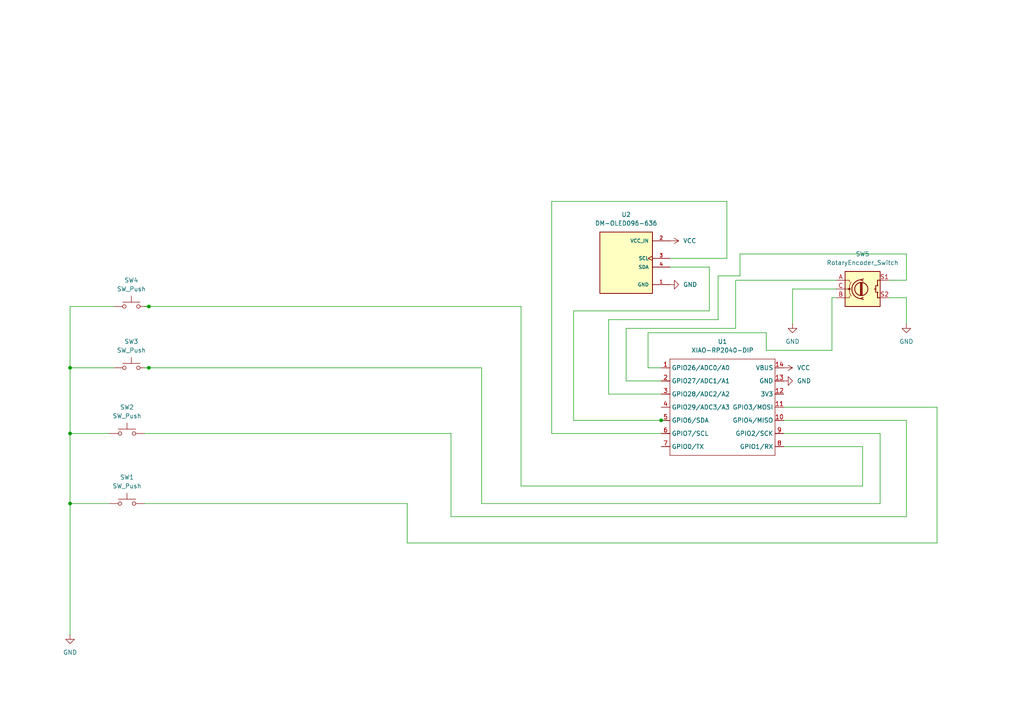
<source format=kicad_sch>
(kicad_sch
	(version 20250114)
	(generator "eeschema")
	(generator_version "9.0")
	(uuid "d7724142-99ef-4f5c-acd8-11b1c6cd1a0c")
	(paper "A4")
	(lib_symbols
		(symbol "DM-OLED096-636:DM-OLED096-636"
			(pin_names
				(offset 1.016)
			)
			(exclude_from_sim no)
			(in_bom yes)
			(on_board yes)
			(property "Reference" "U"
				(at -7.62 10.922 0)
				(effects
					(font
						(size 1.27 1.27)
					)
					(justify left bottom)
				)
			)
			(property "Value" "DM-OLED096-636"
				(at -7.62 -10.16 0)
				(effects
					(font
						(size 1.27 1.27)
					)
					(justify left bottom)
				)
			)
			(property "Footprint" "DM-OLED096-636:MODULE_DM-OLED096-636"
				(at 0 0 0)
				(effects
					(font
						(size 1.27 1.27)
					)
					(justify bottom)
					(hide yes)
				)
			)
			(property "Datasheet" ""
				(at 0 0 0)
				(effects
					(font
						(size 1.27 1.27)
					)
					(hide yes)
				)
			)
			(property "Description" ""
				(at 0 0 0)
				(effects
					(font
						(size 1.27 1.27)
					)
					(hide yes)
				)
			)
			(property "MF" "Display Module"
				(at 0 0 0)
				(effects
					(font
						(size 1.27 1.27)
					)
					(justify bottom)
					(hide yes)
				)
			)
			(property "MAXIMUM_PACKAGE_HEIGHT" "11.3 mm"
				(at 0 0 0)
				(effects
					(font
						(size 1.27 1.27)
					)
					(justify bottom)
					(hide yes)
				)
			)
			(property "Package" "Package"
				(at 0 0 0)
				(effects
					(font
						(size 1.27 1.27)
					)
					(justify bottom)
					(hide yes)
				)
			)
			(property "Price" "None"
				(at 0 0 0)
				(effects
					(font
						(size 1.27 1.27)
					)
					(justify bottom)
					(hide yes)
				)
			)
			(property "Check_prices" "https://www.snapeda.com/parts/DM-OLED096-636/Display+Module/view-part/?ref=eda"
				(at 0 0 0)
				(effects
					(font
						(size 1.27 1.27)
					)
					(justify bottom)
					(hide yes)
				)
			)
			(property "STANDARD" "Manufacturer Recommendations"
				(at 0 0 0)
				(effects
					(font
						(size 1.27 1.27)
					)
					(justify bottom)
					(hide yes)
				)
			)
			(property "PARTREV" "2018-09-10"
				(at 0 0 0)
				(effects
					(font
						(size 1.27 1.27)
					)
					(justify bottom)
					(hide yes)
				)
			)
			(property "SnapEDA_Link" "https://www.snapeda.com/parts/DM-OLED096-636/Display+Module/view-part/?ref=snap"
				(at 0 0 0)
				(effects
					(font
						(size 1.27 1.27)
					)
					(justify bottom)
					(hide yes)
				)
			)
			(property "MP" "DM-OLED096-636"
				(at 0 0 0)
				(effects
					(font
						(size 1.27 1.27)
					)
					(justify bottom)
					(hide yes)
				)
			)
			(property "Description_1" "0.96” 128 X 64 MONOCHROME GRAPHIC OLED DISPLAY MODULE - I2C"
				(at 0 0 0)
				(effects
					(font
						(size 1.27 1.27)
					)
					(justify bottom)
					(hide yes)
				)
			)
			(property "Availability" "Not in stock"
				(at 0 0 0)
				(effects
					(font
						(size 1.27 1.27)
					)
					(justify bottom)
					(hide yes)
				)
			)
			(property "MANUFACTURER" "Displaymodule"
				(at 0 0 0)
				(effects
					(font
						(size 1.27 1.27)
					)
					(justify bottom)
					(hide yes)
				)
			)
			(symbol "DM-OLED096-636_0_0"
				(rectangle
					(start -7.62 -7.62)
					(end 7.62 10.16)
					(stroke
						(width 0.254)
						(type default)
					)
					(fill
						(type background)
					)
				)
				(pin power_in line
					(at 12.7 7.62 180)
					(length 5.08)
					(name "VCC_IN"
						(effects
							(font
								(size 1.016 1.016)
							)
						)
					)
					(number "2"
						(effects
							(font
								(size 1.016 1.016)
							)
						)
					)
				)
				(pin input clock
					(at 12.7 2.54 180)
					(length 5.08)
					(name "SCL"
						(effects
							(font
								(size 1.016 1.016)
							)
						)
					)
					(number "3"
						(effects
							(font
								(size 1.016 1.016)
							)
						)
					)
				)
				(pin bidirectional line
					(at 12.7 0 180)
					(length 5.08)
					(name "SDA"
						(effects
							(font
								(size 1.016 1.016)
							)
						)
					)
					(number "4"
						(effects
							(font
								(size 1.016 1.016)
							)
						)
					)
				)
				(pin power_in line
					(at 12.7 -5.08 180)
					(length 5.08)
					(name "GND"
						(effects
							(font
								(size 1.016 1.016)
							)
						)
					)
					(number "1"
						(effects
							(font
								(size 1.016 1.016)
							)
						)
					)
				)
			)
			(embedded_fonts no)
		)
		(symbol "Device:RotaryEncoder_Switch"
			(pin_names
				(offset 0.254)
				(hide yes)
			)
			(exclude_from_sim no)
			(in_bom yes)
			(on_board yes)
			(property "Reference" "SW"
				(at 0 6.604 0)
				(effects
					(font
						(size 1.27 1.27)
					)
				)
			)
			(property "Value" "RotaryEncoder_Switch"
				(at 0 -6.604 0)
				(effects
					(font
						(size 1.27 1.27)
					)
				)
			)
			(property "Footprint" ""
				(at -3.81 4.064 0)
				(effects
					(font
						(size 1.27 1.27)
					)
					(hide yes)
				)
			)
			(property "Datasheet" "~"
				(at 0 6.604 0)
				(effects
					(font
						(size 1.27 1.27)
					)
					(hide yes)
				)
			)
			(property "Description" "Rotary encoder, dual channel, incremental quadrate outputs, with switch"
				(at 0 0 0)
				(effects
					(font
						(size 1.27 1.27)
					)
					(hide yes)
				)
			)
			(property "ki_keywords" "rotary switch encoder switch push button"
				(at 0 0 0)
				(effects
					(font
						(size 1.27 1.27)
					)
					(hide yes)
				)
			)
			(property "ki_fp_filters" "RotaryEncoder*Switch*"
				(at 0 0 0)
				(effects
					(font
						(size 1.27 1.27)
					)
					(hide yes)
				)
			)
			(symbol "RotaryEncoder_Switch_0_1"
				(rectangle
					(start -5.08 5.08)
					(end 5.08 -5.08)
					(stroke
						(width 0.254)
						(type default)
					)
					(fill
						(type background)
					)
				)
				(polyline
					(pts
						(xy -5.08 2.54) (xy -3.81 2.54) (xy -3.81 2.032)
					)
					(stroke
						(width 0)
						(type default)
					)
					(fill
						(type none)
					)
				)
				(polyline
					(pts
						(xy -5.08 0) (xy -3.81 0) (xy -3.81 -1.016) (xy -3.302 -2.032)
					)
					(stroke
						(width 0)
						(type default)
					)
					(fill
						(type none)
					)
				)
				(polyline
					(pts
						(xy -5.08 -2.54) (xy -3.81 -2.54) (xy -3.81 -2.032)
					)
					(stroke
						(width 0)
						(type default)
					)
					(fill
						(type none)
					)
				)
				(polyline
					(pts
						(xy -4.318 0) (xy -3.81 0) (xy -3.81 1.016) (xy -3.302 2.032)
					)
					(stroke
						(width 0)
						(type default)
					)
					(fill
						(type none)
					)
				)
				(circle
					(center -3.81 0)
					(radius 0.254)
					(stroke
						(width 0)
						(type default)
					)
					(fill
						(type outline)
					)
				)
				(polyline
					(pts
						(xy -0.635 -1.778) (xy -0.635 1.778)
					)
					(stroke
						(width 0.254)
						(type default)
					)
					(fill
						(type none)
					)
				)
				(circle
					(center -0.381 0)
					(radius 1.905)
					(stroke
						(width 0.254)
						(type default)
					)
					(fill
						(type none)
					)
				)
				(polyline
					(pts
						(xy -0.381 -1.778) (xy -0.381 1.778)
					)
					(stroke
						(width 0.254)
						(type default)
					)
					(fill
						(type none)
					)
				)
				(arc
					(start -0.381 -2.794)
					(mid -3.0988 -0.0635)
					(end -0.381 2.667)
					(stroke
						(width 0.254)
						(type default)
					)
					(fill
						(type none)
					)
				)
				(polyline
					(pts
						(xy -0.127 1.778) (xy -0.127 -1.778)
					)
					(stroke
						(width 0.254)
						(type default)
					)
					(fill
						(type none)
					)
				)
				(polyline
					(pts
						(xy 0.254 2.921) (xy -0.508 2.667) (xy 0.127 2.286)
					)
					(stroke
						(width 0.254)
						(type default)
					)
					(fill
						(type none)
					)
				)
				(polyline
					(pts
						(xy 0.254 -3.048) (xy -0.508 -2.794) (xy 0.127 -2.413)
					)
					(stroke
						(width 0.254)
						(type default)
					)
					(fill
						(type none)
					)
				)
				(polyline
					(pts
						(xy 3.81 1.016) (xy 3.81 -1.016)
					)
					(stroke
						(width 0.254)
						(type default)
					)
					(fill
						(type none)
					)
				)
				(polyline
					(pts
						(xy 3.81 0) (xy 3.429 0)
					)
					(stroke
						(width 0.254)
						(type default)
					)
					(fill
						(type none)
					)
				)
				(circle
					(center 4.318 1.016)
					(radius 0.127)
					(stroke
						(width 0.254)
						(type default)
					)
					(fill
						(type none)
					)
				)
				(circle
					(center 4.318 -1.016)
					(radius 0.127)
					(stroke
						(width 0.254)
						(type default)
					)
					(fill
						(type none)
					)
				)
				(polyline
					(pts
						(xy 5.08 2.54) (xy 4.318 2.54) (xy 4.318 1.016)
					)
					(stroke
						(width 0.254)
						(type default)
					)
					(fill
						(type none)
					)
				)
				(polyline
					(pts
						(xy 5.08 -2.54) (xy 4.318 -2.54) (xy 4.318 -1.016)
					)
					(stroke
						(width 0.254)
						(type default)
					)
					(fill
						(type none)
					)
				)
			)
			(symbol "RotaryEncoder_Switch_1_1"
				(pin passive line
					(at -7.62 2.54 0)
					(length 2.54)
					(name "A"
						(effects
							(font
								(size 1.27 1.27)
							)
						)
					)
					(number "A"
						(effects
							(font
								(size 1.27 1.27)
							)
						)
					)
				)
				(pin passive line
					(at -7.62 0 0)
					(length 2.54)
					(name "C"
						(effects
							(font
								(size 1.27 1.27)
							)
						)
					)
					(number "C"
						(effects
							(font
								(size 1.27 1.27)
							)
						)
					)
				)
				(pin passive line
					(at -7.62 -2.54 0)
					(length 2.54)
					(name "B"
						(effects
							(font
								(size 1.27 1.27)
							)
						)
					)
					(number "B"
						(effects
							(font
								(size 1.27 1.27)
							)
						)
					)
				)
				(pin passive line
					(at 7.62 2.54 180)
					(length 2.54)
					(name "S1"
						(effects
							(font
								(size 1.27 1.27)
							)
						)
					)
					(number "S1"
						(effects
							(font
								(size 1.27 1.27)
							)
						)
					)
				)
				(pin passive line
					(at 7.62 -2.54 180)
					(length 2.54)
					(name "S2"
						(effects
							(font
								(size 1.27 1.27)
							)
						)
					)
					(number "S2"
						(effects
							(font
								(size 1.27 1.27)
							)
						)
					)
				)
			)
			(embedded_fonts no)
		)
		(symbol "Seeed_Studio_XIAO_Series:XIAO-RP2040-DIP"
			(exclude_from_sim no)
			(in_bom yes)
			(on_board yes)
			(property "Reference" "U"
				(at 0 0 0)
				(effects
					(font
						(size 1.27 1.27)
					)
				)
			)
			(property "Value" "XIAO-RP2040-DIP"
				(at 5.334 -1.778 0)
				(effects
					(font
						(size 1.27 1.27)
					)
				)
			)
			(property "Footprint" "Module:MOUDLE14P-XIAO-DIP-SMD"
				(at 14.478 -32.258 0)
				(effects
					(font
						(size 1.27 1.27)
					)
					(hide yes)
				)
			)
			(property "Datasheet" ""
				(at 0 0 0)
				(effects
					(font
						(size 1.27 1.27)
					)
					(hide yes)
				)
			)
			(property "Description" ""
				(at 0 0 0)
				(effects
					(font
						(size 1.27 1.27)
					)
					(hide yes)
				)
			)
			(symbol "XIAO-RP2040-DIP_1_0"
				(polyline
					(pts
						(xy -1.27 -2.54) (xy 29.21 -2.54)
					)
					(stroke
						(width 0.1524)
						(type solid)
					)
					(fill
						(type none)
					)
				)
				(polyline
					(pts
						(xy -1.27 -5.08) (xy -2.54 -5.08)
					)
					(stroke
						(width 0.1524)
						(type solid)
					)
					(fill
						(type none)
					)
				)
				(polyline
					(pts
						(xy -1.27 -5.08) (xy -1.27 -2.54)
					)
					(stroke
						(width 0.1524)
						(type solid)
					)
					(fill
						(type none)
					)
				)
				(polyline
					(pts
						(xy -1.27 -8.89) (xy -2.54 -8.89)
					)
					(stroke
						(width 0.1524)
						(type solid)
					)
					(fill
						(type none)
					)
				)
				(polyline
					(pts
						(xy -1.27 -8.89) (xy -1.27 -5.08)
					)
					(stroke
						(width 0.1524)
						(type solid)
					)
					(fill
						(type none)
					)
				)
				(polyline
					(pts
						(xy -1.27 -12.7) (xy -2.54 -12.7)
					)
					(stroke
						(width 0.1524)
						(type solid)
					)
					(fill
						(type none)
					)
				)
				(polyline
					(pts
						(xy -1.27 -12.7) (xy -1.27 -8.89)
					)
					(stroke
						(width 0.1524)
						(type solid)
					)
					(fill
						(type none)
					)
				)
				(polyline
					(pts
						(xy -1.27 -16.51) (xy -2.54 -16.51)
					)
					(stroke
						(width 0.1524)
						(type solid)
					)
					(fill
						(type none)
					)
				)
				(polyline
					(pts
						(xy -1.27 -16.51) (xy -1.27 -12.7)
					)
					(stroke
						(width 0.1524)
						(type solid)
					)
					(fill
						(type none)
					)
				)
				(polyline
					(pts
						(xy -1.27 -20.32) (xy -2.54 -20.32)
					)
					(stroke
						(width 0.1524)
						(type solid)
					)
					(fill
						(type none)
					)
				)
				(polyline
					(pts
						(xy -1.27 -24.13) (xy -2.54 -24.13)
					)
					(stroke
						(width 0.1524)
						(type solid)
					)
					(fill
						(type none)
					)
				)
				(polyline
					(pts
						(xy -1.27 -27.94) (xy -2.54 -27.94)
					)
					(stroke
						(width 0.1524)
						(type solid)
					)
					(fill
						(type none)
					)
				)
				(polyline
					(pts
						(xy -1.27 -30.48) (xy -1.27 -16.51)
					)
					(stroke
						(width 0.1524)
						(type solid)
					)
					(fill
						(type none)
					)
				)
				(polyline
					(pts
						(xy 29.21 -2.54) (xy 29.21 -5.08)
					)
					(stroke
						(width 0.1524)
						(type solid)
					)
					(fill
						(type none)
					)
				)
				(polyline
					(pts
						(xy 29.21 -5.08) (xy 29.21 -8.89)
					)
					(stroke
						(width 0.1524)
						(type solid)
					)
					(fill
						(type none)
					)
				)
				(polyline
					(pts
						(xy 29.21 -8.89) (xy 29.21 -12.7)
					)
					(stroke
						(width 0.1524)
						(type solid)
					)
					(fill
						(type none)
					)
				)
				(polyline
					(pts
						(xy 29.21 -12.7) (xy 29.21 -30.48)
					)
					(stroke
						(width 0.1524)
						(type solid)
					)
					(fill
						(type none)
					)
				)
				(polyline
					(pts
						(xy 29.21 -30.48) (xy -1.27 -30.48)
					)
					(stroke
						(width 0.1524)
						(type solid)
					)
					(fill
						(type none)
					)
				)
				(polyline
					(pts
						(xy 30.48 -5.08) (xy 29.21 -5.08)
					)
					(stroke
						(width 0.1524)
						(type solid)
					)
					(fill
						(type none)
					)
				)
				(polyline
					(pts
						(xy 30.48 -8.89) (xy 29.21 -8.89)
					)
					(stroke
						(width 0.1524)
						(type solid)
					)
					(fill
						(type none)
					)
				)
				(polyline
					(pts
						(xy 30.48 -12.7) (xy 29.21 -12.7)
					)
					(stroke
						(width 0.1524)
						(type solid)
					)
					(fill
						(type none)
					)
				)
				(polyline
					(pts
						(xy 30.48 -16.51) (xy 29.21 -16.51)
					)
					(stroke
						(width 0.1524)
						(type solid)
					)
					(fill
						(type none)
					)
				)
				(polyline
					(pts
						(xy 30.48 -20.32) (xy 29.21 -20.32)
					)
					(stroke
						(width 0.1524)
						(type solid)
					)
					(fill
						(type none)
					)
				)
				(polyline
					(pts
						(xy 30.48 -24.13) (xy 29.21 -24.13)
					)
					(stroke
						(width 0.1524)
						(type solid)
					)
					(fill
						(type none)
					)
				)
				(polyline
					(pts
						(xy 30.48 -27.94) (xy 29.21 -27.94)
					)
					(stroke
						(width 0.1524)
						(type solid)
					)
					(fill
						(type none)
					)
				)
				(pin passive line
					(at -3.81 -5.08 0)
					(length 2.54)
					(name "GPIO26/ADC0/A0"
						(effects
							(font
								(size 1.27 1.27)
							)
						)
					)
					(number "1"
						(effects
							(font
								(size 1.27 1.27)
							)
						)
					)
				)
				(pin passive line
					(at -3.81 -8.89 0)
					(length 2.54)
					(name "GPIO27/ADC1/A1"
						(effects
							(font
								(size 1.27 1.27)
							)
						)
					)
					(number "2"
						(effects
							(font
								(size 1.27 1.27)
							)
						)
					)
				)
				(pin passive line
					(at -3.81 -12.7 0)
					(length 2.54)
					(name "GPIO28/ADC2/A2"
						(effects
							(font
								(size 1.27 1.27)
							)
						)
					)
					(number "3"
						(effects
							(font
								(size 1.27 1.27)
							)
						)
					)
				)
				(pin passive line
					(at -3.81 -16.51 0)
					(length 2.54)
					(name "GPIO29/ADC3/A3"
						(effects
							(font
								(size 1.27 1.27)
							)
						)
					)
					(number "4"
						(effects
							(font
								(size 1.27 1.27)
							)
						)
					)
				)
				(pin passive line
					(at -3.81 -20.32 0)
					(length 2.54)
					(name "GPIO6/SDA"
						(effects
							(font
								(size 1.27 1.27)
							)
						)
					)
					(number "5"
						(effects
							(font
								(size 1.27 1.27)
							)
						)
					)
				)
				(pin passive line
					(at -3.81 -24.13 0)
					(length 2.54)
					(name "GPIO7/SCL"
						(effects
							(font
								(size 1.27 1.27)
							)
						)
					)
					(number "6"
						(effects
							(font
								(size 1.27 1.27)
							)
						)
					)
				)
				(pin passive line
					(at -3.81 -27.94 0)
					(length 2.54)
					(name "GPIO0/TX"
						(effects
							(font
								(size 1.27 1.27)
							)
						)
					)
					(number "7"
						(effects
							(font
								(size 1.27 1.27)
							)
						)
					)
				)
				(pin passive line
					(at 31.75 -5.08 180)
					(length 2.54)
					(name "VBUS"
						(effects
							(font
								(size 1.27 1.27)
							)
						)
					)
					(number "14"
						(effects
							(font
								(size 1.27 1.27)
							)
						)
					)
				)
				(pin passive line
					(at 31.75 -8.89 180)
					(length 2.54)
					(name "GND"
						(effects
							(font
								(size 1.27 1.27)
							)
						)
					)
					(number "13"
						(effects
							(font
								(size 1.27 1.27)
							)
						)
					)
				)
				(pin passive line
					(at 31.75 -12.7 180)
					(length 2.54)
					(name "3V3"
						(effects
							(font
								(size 1.27 1.27)
							)
						)
					)
					(number "12"
						(effects
							(font
								(size 1.27 1.27)
							)
						)
					)
				)
				(pin passive line
					(at 31.75 -16.51 180)
					(length 2.54)
					(name "GPIO3/MOSI"
						(effects
							(font
								(size 1.27 1.27)
							)
						)
					)
					(number "11"
						(effects
							(font
								(size 1.27 1.27)
							)
						)
					)
				)
				(pin passive line
					(at 31.75 -20.32 180)
					(length 2.54)
					(name "GPIO4/MISO"
						(effects
							(font
								(size 1.27 1.27)
							)
						)
					)
					(number "10"
						(effects
							(font
								(size 1.27 1.27)
							)
						)
					)
				)
				(pin passive line
					(at 31.75 -24.13 180)
					(length 2.54)
					(name "GPIO2/SCK"
						(effects
							(font
								(size 1.27 1.27)
							)
						)
					)
					(number "9"
						(effects
							(font
								(size 1.27 1.27)
							)
						)
					)
				)
				(pin passive line
					(at 31.75 -27.94 180)
					(length 2.54)
					(name "GPIO1/RX"
						(effects
							(font
								(size 1.27 1.27)
							)
						)
					)
					(number "8"
						(effects
							(font
								(size 1.27 1.27)
							)
						)
					)
				)
			)
			(embedded_fonts no)
		)
		(symbol "Switch:SW_Push"
			(pin_numbers
				(hide yes)
			)
			(pin_names
				(offset 1.016)
				(hide yes)
			)
			(exclude_from_sim no)
			(in_bom yes)
			(on_board yes)
			(property "Reference" "SW"
				(at 1.27 2.54 0)
				(effects
					(font
						(size 1.27 1.27)
					)
					(justify left)
				)
			)
			(property "Value" "SW_Push"
				(at 0 -1.524 0)
				(effects
					(font
						(size 1.27 1.27)
					)
				)
			)
			(property "Footprint" ""
				(at 0 5.08 0)
				(effects
					(font
						(size 1.27 1.27)
					)
					(hide yes)
				)
			)
			(property "Datasheet" "~"
				(at 0 5.08 0)
				(effects
					(font
						(size 1.27 1.27)
					)
					(hide yes)
				)
			)
			(property "Description" "Push button switch, generic, two pins"
				(at 0 0 0)
				(effects
					(font
						(size 1.27 1.27)
					)
					(hide yes)
				)
			)
			(property "ki_keywords" "switch normally-open pushbutton push-button"
				(at 0 0 0)
				(effects
					(font
						(size 1.27 1.27)
					)
					(hide yes)
				)
			)
			(symbol "SW_Push_0_1"
				(circle
					(center -2.032 0)
					(radius 0.508)
					(stroke
						(width 0)
						(type default)
					)
					(fill
						(type none)
					)
				)
				(polyline
					(pts
						(xy 0 1.27) (xy 0 3.048)
					)
					(stroke
						(width 0)
						(type default)
					)
					(fill
						(type none)
					)
				)
				(circle
					(center 2.032 0)
					(radius 0.508)
					(stroke
						(width 0)
						(type default)
					)
					(fill
						(type none)
					)
				)
				(polyline
					(pts
						(xy 2.54 1.27) (xy -2.54 1.27)
					)
					(stroke
						(width 0)
						(type default)
					)
					(fill
						(type none)
					)
				)
				(pin passive line
					(at -5.08 0 0)
					(length 2.54)
					(name "1"
						(effects
							(font
								(size 1.27 1.27)
							)
						)
					)
					(number "1"
						(effects
							(font
								(size 1.27 1.27)
							)
						)
					)
				)
				(pin passive line
					(at 5.08 0 180)
					(length 2.54)
					(name "2"
						(effects
							(font
								(size 1.27 1.27)
							)
						)
					)
					(number "2"
						(effects
							(font
								(size 1.27 1.27)
							)
						)
					)
				)
			)
			(embedded_fonts no)
		)
		(symbol "power:GND"
			(power)
			(pin_numbers
				(hide yes)
			)
			(pin_names
				(offset 0)
				(hide yes)
			)
			(exclude_from_sim no)
			(in_bom yes)
			(on_board yes)
			(property "Reference" "#PWR"
				(at 0 -6.35 0)
				(effects
					(font
						(size 1.27 1.27)
					)
					(hide yes)
				)
			)
			(property "Value" "GND"
				(at 0 -3.81 0)
				(effects
					(font
						(size 1.27 1.27)
					)
				)
			)
			(property "Footprint" ""
				(at 0 0 0)
				(effects
					(font
						(size 1.27 1.27)
					)
					(hide yes)
				)
			)
			(property "Datasheet" ""
				(at 0 0 0)
				(effects
					(font
						(size 1.27 1.27)
					)
					(hide yes)
				)
			)
			(property "Description" "Power symbol creates a global label with name \"GND\" , ground"
				(at 0 0 0)
				(effects
					(font
						(size 1.27 1.27)
					)
					(hide yes)
				)
			)
			(property "ki_keywords" "global power"
				(at 0 0 0)
				(effects
					(font
						(size 1.27 1.27)
					)
					(hide yes)
				)
			)
			(symbol "GND_0_1"
				(polyline
					(pts
						(xy 0 0) (xy 0 -1.27) (xy 1.27 -1.27) (xy 0 -2.54) (xy -1.27 -1.27) (xy 0 -1.27)
					)
					(stroke
						(width 0)
						(type default)
					)
					(fill
						(type none)
					)
				)
			)
			(symbol "GND_1_1"
				(pin power_in line
					(at 0 0 270)
					(length 0)
					(name "~"
						(effects
							(font
								(size 1.27 1.27)
							)
						)
					)
					(number "1"
						(effects
							(font
								(size 1.27 1.27)
							)
						)
					)
				)
			)
			(embedded_fonts no)
		)
		(symbol "power:VCC"
			(power)
			(pin_numbers
				(hide yes)
			)
			(pin_names
				(offset 0)
				(hide yes)
			)
			(exclude_from_sim no)
			(in_bom yes)
			(on_board yes)
			(property "Reference" "#PWR"
				(at 0 -3.81 0)
				(effects
					(font
						(size 1.27 1.27)
					)
					(hide yes)
				)
			)
			(property "Value" "VCC"
				(at 0 3.556 0)
				(effects
					(font
						(size 1.27 1.27)
					)
				)
			)
			(property "Footprint" ""
				(at 0 0 0)
				(effects
					(font
						(size 1.27 1.27)
					)
					(hide yes)
				)
			)
			(property "Datasheet" ""
				(at 0 0 0)
				(effects
					(font
						(size 1.27 1.27)
					)
					(hide yes)
				)
			)
			(property "Description" "Power symbol creates a global label with name \"VCC\""
				(at 0 0 0)
				(effects
					(font
						(size 1.27 1.27)
					)
					(hide yes)
				)
			)
			(property "ki_keywords" "global power"
				(at 0 0 0)
				(effects
					(font
						(size 1.27 1.27)
					)
					(hide yes)
				)
			)
			(symbol "VCC_0_1"
				(polyline
					(pts
						(xy -0.762 1.27) (xy 0 2.54)
					)
					(stroke
						(width 0)
						(type default)
					)
					(fill
						(type none)
					)
				)
				(polyline
					(pts
						(xy 0 2.54) (xy 0.762 1.27)
					)
					(stroke
						(width 0)
						(type default)
					)
					(fill
						(type none)
					)
				)
				(polyline
					(pts
						(xy 0 0) (xy 0 2.54)
					)
					(stroke
						(width 0)
						(type default)
					)
					(fill
						(type none)
					)
				)
			)
			(symbol "VCC_1_1"
				(pin power_in line
					(at 0 0 90)
					(length 0)
					(name "~"
						(effects
							(font
								(size 1.27 1.27)
							)
						)
					)
					(number "1"
						(effects
							(font
								(size 1.27 1.27)
							)
						)
					)
				)
			)
			(embedded_fonts no)
		)
	)
	(junction
		(at 43.18 88.9)
		(diameter 0)
		(color 0 0 0 0)
		(uuid "382a452e-6e57-462e-bb89-e1be01c18bc7")
	)
	(junction
		(at 20.32 125.73)
		(diameter 0)
		(color 0 0 0 0)
		(uuid "45823320-3cf0-4ab6-bb60-117131d5a861")
	)
	(junction
		(at 20.32 106.68)
		(diameter 0)
		(color 0 0 0 0)
		(uuid "60b92de1-eff4-4e72-b70d-25378395d106")
	)
	(junction
		(at 20.32 146.05)
		(diameter 0)
		(color 0 0 0 0)
		(uuid "63afa8cf-4be6-4561-af35-1b5d4a16cbf5")
	)
	(junction
		(at 191.77 121.92)
		(diameter 0)
		(color 0 0 0 0)
		(uuid "9d23819c-3d3d-43fe-881d-2f07a1271edd")
	)
	(junction
		(at 43.18 106.68)
		(diameter 0)
		(color 0 0 0 0)
		(uuid "aa721b7c-5879-43f5-8339-25a84cabb86c")
	)
	(wire
		(pts
			(xy 20.32 146.05) (xy 31.75 146.05)
		)
		(stroke
			(width 0)
			(type default)
		)
		(uuid "00c43d95-0860-48de-86d2-506336639bc6")
	)
	(wire
		(pts
			(xy 213.36 81.28) (xy 213.36 95.25)
		)
		(stroke
			(width 0)
			(type default)
		)
		(uuid "0223f43a-ece8-4fb2-86fa-3dd6d79a2701")
	)
	(wire
		(pts
			(xy 43.18 88.9) (xy 41.91 88.9)
		)
		(stroke
			(width 0)
			(type default)
		)
		(uuid "099364e6-d994-4b10-973a-58e9b8c0a392")
	)
	(wire
		(pts
			(xy 227.33 121.92) (xy 262.89 121.92)
		)
		(stroke
			(width 0)
			(type default)
		)
		(uuid "0c014d24-b17b-47df-83eb-da79f4bcddb1")
	)
	(wire
		(pts
			(xy 151.13 88.9) (xy 43.18 88.9)
		)
		(stroke
			(width 0)
			(type default)
		)
		(uuid "118ee120-2934-45e9-8bae-5c8825c440bc")
	)
	(wire
		(pts
			(xy 227.33 125.73) (xy 255.27 125.73)
		)
		(stroke
			(width 0)
			(type default)
		)
		(uuid "15c320a6-a2e7-4d5e-9060-a9033786f29d")
	)
	(wire
		(pts
			(xy 271.78 157.48) (xy 118.11 157.48)
		)
		(stroke
			(width 0)
			(type default)
		)
		(uuid "1678b2a9-90bf-44f3-b8b5-35bff0a42b8a")
	)
	(wire
		(pts
			(xy 130.81 125.73) (xy 41.91 125.73)
		)
		(stroke
			(width 0)
			(type default)
		)
		(uuid "1a36be2d-f0f1-4ed7-b844-4761ec0305a0")
	)
	(wire
		(pts
			(xy 262.89 73.66) (xy 214.63 73.66)
		)
		(stroke
			(width 0)
			(type default)
		)
		(uuid "2b979235-7789-4b84-a299-bda057fcd694")
	)
	(wire
		(pts
			(xy 139.7 106.68) (xy 43.18 106.68)
		)
		(stroke
			(width 0)
			(type default)
		)
		(uuid "2d9cdf1a-731e-469e-a7e1-dfb55b7484cf")
	)
	(wire
		(pts
			(xy 271.78 118.11) (xy 271.78 157.48)
		)
		(stroke
			(width 0)
			(type default)
		)
		(uuid "2dc2ff8a-6a77-47dc-986c-88d6b55f9984")
	)
	(wire
		(pts
			(xy 20.32 125.73) (xy 20.32 146.05)
		)
		(stroke
			(width 0)
			(type default)
		)
		(uuid "355c8d77-35bc-4f4c-846a-52e3d30bb845")
	)
	(wire
		(pts
			(xy 20.32 106.68) (xy 20.32 125.73)
		)
		(stroke
			(width 0)
			(type default)
		)
		(uuid "38749631-0410-447a-952e-64ddb0d09110")
	)
	(wire
		(pts
			(xy 166.37 121.92) (xy 191.77 121.92)
		)
		(stroke
			(width 0)
			(type default)
		)
		(uuid "3bb24e13-7ac5-40d5-b7f2-94e37ce24466")
	)
	(wire
		(pts
			(xy 187.96 106.68) (xy 191.77 106.68)
		)
		(stroke
			(width 0)
			(type default)
		)
		(uuid "475007ce-fd2e-4ff6-bdad-c6de60c1556f")
	)
	(wire
		(pts
			(xy 257.81 81.28) (xy 262.89 81.28)
		)
		(stroke
			(width 0)
			(type default)
		)
		(uuid "4adc5a96-4395-4fa6-90e0-f4fa95c5c6f4")
	)
	(wire
		(pts
			(xy 181.61 95.25) (xy 181.61 110.49)
		)
		(stroke
			(width 0)
			(type default)
		)
		(uuid "4ccebcb8-a671-4ca9-92ad-bd7a0767dc06")
	)
	(wire
		(pts
			(xy 227.33 129.54) (xy 250.19 129.54)
		)
		(stroke
			(width 0)
			(type default)
		)
		(uuid "509438d5-121d-422c-955e-e85092dcc53a")
	)
	(wire
		(pts
			(xy 222.25 96.52) (xy 187.96 96.52)
		)
		(stroke
			(width 0)
			(type default)
		)
		(uuid "509f78e4-b8a6-4109-a680-0ec39adeb7d4")
	)
	(wire
		(pts
			(xy 160.02 58.42) (xy 160.02 125.73)
		)
		(stroke
			(width 0)
			(type default)
		)
		(uuid "5491ac88-eb09-480a-ad12-4987a40b7e6c")
	)
	(wire
		(pts
			(xy 166.37 90.17) (xy 166.37 121.92)
		)
		(stroke
			(width 0)
			(type default)
		)
		(uuid "5bc68a64-2112-47c7-b690-16a3418e818c")
	)
	(wire
		(pts
			(xy 181.61 110.49) (xy 191.77 110.49)
		)
		(stroke
			(width 0)
			(type default)
		)
		(uuid "6a9bf574-5f35-4849-bea4-52394af047ec")
	)
	(wire
		(pts
			(xy 187.96 96.52) (xy 187.96 106.68)
		)
		(stroke
			(width 0)
			(type default)
		)
		(uuid "6cdcb339-7c88-4593-bbbc-7093c7f8183d")
	)
	(wire
		(pts
			(xy 33.02 88.9) (xy 20.32 88.9)
		)
		(stroke
			(width 0)
			(type default)
		)
		(uuid "6fb42eb3-0d68-40fc-9cb6-00fb5c10c691")
	)
	(wire
		(pts
			(xy 255.27 146.05) (xy 139.7 146.05)
		)
		(stroke
			(width 0)
			(type default)
		)
		(uuid "709d8aaf-bc47-4efe-a417-0affb6736fa5")
	)
	(wire
		(pts
			(xy 213.36 95.25) (xy 181.61 95.25)
		)
		(stroke
			(width 0)
			(type default)
		)
		(uuid "757c7ec4-ad9a-48af-8c2a-1eacdb1cf14e")
	)
	(wire
		(pts
			(xy 255.27 125.73) (xy 255.27 146.05)
		)
		(stroke
			(width 0)
			(type default)
		)
		(uuid "8120ea9e-faa4-48cf-9217-e009a5247251")
	)
	(wire
		(pts
			(xy 262.89 81.28) (xy 262.89 73.66)
		)
		(stroke
			(width 0)
			(type default)
		)
		(uuid "8132c96b-3d69-4195-9dc5-c8e5023a8d1c")
	)
	(wire
		(pts
			(xy 242.57 81.28) (xy 213.36 81.28)
		)
		(stroke
			(width 0)
			(type default)
		)
		(uuid "86cd48c1-1ae8-418f-b2f5-3e9f9e19c179")
	)
	(wire
		(pts
			(xy 166.37 90.17) (xy 205.74 90.17)
		)
		(stroke
			(width 0)
			(type default)
		)
		(uuid "8aa127ed-9187-4294-87d9-2e0aaac8c92d")
	)
	(wire
		(pts
			(xy 262.89 86.36) (xy 262.89 93.98)
		)
		(stroke
			(width 0)
			(type default)
		)
		(uuid "8aba103e-39da-46ea-abef-658192b1312c")
	)
	(wire
		(pts
			(xy 20.32 146.05) (xy 20.32 184.15)
		)
		(stroke
			(width 0)
			(type default)
		)
		(uuid "8d1f6f00-932e-4b14-a42d-6fe90f6e2625")
	)
	(wire
		(pts
			(xy 262.89 149.86) (xy 130.81 149.86)
		)
		(stroke
			(width 0)
			(type default)
		)
		(uuid "8e8260aa-498c-4b40-8c84-dfd737e3266c")
	)
	(wire
		(pts
			(xy 20.32 106.68) (xy 33.02 106.68)
		)
		(stroke
			(width 0)
			(type default)
		)
		(uuid "95d3a518-8cf6-4366-bee5-3f70813dae51")
	)
	(wire
		(pts
			(xy 208.28 80.01) (xy 208.28 92.71)
		)
		(stroke
			(width 0)
			(type default)
		)
		(uuid "967a71ab-3960-49f3-ad67-ec1d8c69ff26")
	)
	(wire
		(pts
			(xy 194.31 74.93) (xy 210.82 74.93)
		)
		(stroke
			(width 0)
			(type default)
		)
		(uuid "989b5f71-cbef-4f40-8fb3-8d487402c0ff")
	)
	(wire
		(pts
			(xy 250.19 129.54) (xy 250.19 140.97)
		)
		(stroke
			(width 0)
			(type default)
		)
		(uuid "9a526cc7-25ee-4701-8aa8-118bd5d0e0b7")
	)
	(wire
		(pts
			(xy 241.3 101.6) (xy 222.25 101.6)
		)
		(stroke
			(width 0)
			(type default)
		)
		(uuid "a1284e24-8700-497e-b787-91bd0bf7c528")
	)
	(wire
		(pts
			(xy 214.63 80.01) (xy 208.28 80.01)
		)
		(stroke
			(width 0)
			(type default)
		)
		(uuid "a18235a6-4896-4cce-8ea7-97f4cfac6e74")
	)
	(wire
		(pts
			(xy 176.53 114.3) (xy 191.77 114.3)
		)
		(stroke
			(width 0)
			(type default)
		)
		(uuid "a18e2fb3-5e69-4d08-8d30-de809f54d162")
	)
	(wire
		(pts
			(xy 257.81 86.36) (xy 262.89 86.36)
		)
		(stroke
			(width 0)
			(type default)
		)
		(uuid "a58a8160-dc73-4af6-acf7-9b3a4937b995")
	)
	(wire
		(pts
			(xy 222.25 101.6) (xy 222.25 96.52)
		)
		(stroke
			(width 0)
			(type default)
		)
		(uuid "a616a304-d822-495e-9e49-d549af0cfa86")
	)
	(wire
		(pts
			(xy 43.18 106.68) (xy 41.91 106.68)
		)
		(stroke
			(width 0)
			(type default)
		)
		(uuid "ad559b61-4bbe-48be-b5fa-29f4114791f4")
	)
	(wire
		(pts
			(xy 139.7 146.05) (xy 139.7 106.68)
		)
		(stroke
			(width 0)
			(type default)
		)
		(uuid "b06a29a3-725a-4912-ae46-310fb8d69423")
	)
	(wire
		(pts
			(xy 118.11 146.05) (xy 41.91 146.05)
		)
		(stroke
			(width 0)
			(type default)
		)
		(uuid "b15d69d3-03f5-4370-9e3f-b83e6ef43f0c")
	)
	(wire
		(pts
			(xy 241.3 86.36) (xy 242.57 86.36)
		)
		(stroke
			(width 0)
			(type default)
		)
		(uuid "b40b411d-505b-45ce-a633-b939eacb9f31")
	)
	(wire
		(pts
			(xy 130.81 149.86) (xy 130.81 125.73)
		)
		(stroke
			(width 0)
			(type default)
		)
		(uuid "b4464567-9467-40cc-ba5b-a3ed3224dcc8")
	)
	(wire
		(pts
			(xy 229.87 83.82) (xy 229.87 93.98)
		)
		(stroke
			(width 0)
			(type default)
		)
		(uuid "b487c3f0-e165-452f-a2f1-dd4fbf1fda35")
	)
	(wire
		(pts
			(xy 151.13 88.9) (xy 151.13 140.97)
		)
		(stroke
			(width 0)
			(type default)
		)
		(uuid "b90eacdd-9de3-4e5d-8b1c-d7be59a02280")
	)
	(wire
		(pts
			(xy 208.28 92.71) (xy 176.53 92.71)
		)
		(stroke
			(width 0)
			(type default)
		)
		(uuid "bd36d279-c112-4e52-9dff-7d0784ce75eb")
	)
	(wire
		(pts
			(xy 176.53 92.71) (xy 176.53 114.3)
		)
		(stroke
			(width 0)
			(type default)
		)
		(uuid "c65fca2c-396c-482a-9cc2-8a57faf10e39")
	)
	(wire
		(pts
			(xy 194.31 77.47) (xy 205.74 77.47)
		)
		(stroke
			(width 0)
			(type default)
		)
		(uuid "cb776dbf-6bdc-4c4d-864a-ab0bf4793142")
	)
	(wire
		(pts
			(xy 214.63 73.66) (xy 214.63 80.01)
		)
		(stroke
			(width 0)
			(type default)
		)
		(uuid "ce48f200-8fb1-4011-97a1-46152f18f0e2")
	)
	(wire
		(pts
			(xy 210.82 58.42) (xy 160.02 58.42)
		)
		(stroke
			(width 0)
			(type default)
		)
		(uuid "cffcdd20-6bde-4b6e-8a37-7a92f0f74e6a")
	)
	(wire
		(pts
			(xy 118.11 157.48) (xy 118.11 146.05)
		)
		(stroke
			(width 0)
			(type default)
		)
		(uuid "d1eaab6d-3cd7-4087-9cdc-7514b9da1bd5")
	)
	(wire
		(pts
			(xy 242.57 83.82) (xy 229.87 83.82)
		)
		(stroke
			(width 0)
			(type default)
		)
		(uuid "d6b89cae-c9cd-48fc-acf4-fcadefea5fa0")
	)
	(wire
		(pts
			(xy 210.82 74.93) (xy 210.82 58.42)
		)
		(stroke
			(width 0)
			(type default)
		)
		(uuid "da83456c-a577-40bd-908b-9ab6e44538f0")
	)
	(wire
		(pts
			(xy 160.02 125.73) (xy 191.77 125.73)
		)
		(stroke
			(width 0)
			(type default)
		)
		(uuid "dfa6d832-ea8b-4e62-ae44-fcab48e710b0")
	)
	(wire
		(pts
			(xy 250.19 140.97) (xy 151.13 140.97)
		)
		(stroke
			(width 0)
			(type default)
		)
		(uuid "e0e0b353-5f68-4796-a904-bc5b383aee5c")
	)
	(wire
		(pts
			(xy 191.77 121.92) (xy 194.31 121.92)
		)
		(stroke
			(width 0)
			(type default)
		)
		(uuid "eabd85b9-d2b1-4af4-9ba9-6440f649e962")
	)
	(wire
		(pts
			(xy 262.89 121.92) (xy 262.89 149.86)
		)
		(stroke
			(width 0)
			(type default)
		)
		(uuid "ede2890e-c168-49e3-9689-2158217effa0")
	)
	(wire
		(pts
			(xy 20.32 88.9) (xy 20.32 106.68)
		)
		(stroke
			(width 0)
			(type default)
		)
		(uuid "edff9071-3ea8-4410-9043-7a8f19656e0b")
	)
	(wire
		(pts
			(xy 205.74 77.47) (xy 205.74 90.17)
		)
		(stroke
			(width 0)
			(type default)
		)
		(uuid "eec2582c-499c-49de-8e7f-55ce0107764d")
	)
	(wire
		(pts
			(xy 241.3 86.36) (xy 241.3 101.6)
		)
		(stroke
			(width 0)
			(type default)
		)
		(uuid "f3d0c917-3d30-445e-b601-9d004ae03e13")
	)
	(wire
		(pts
			(xy 227.33 118.11) (xy 271.78 118.11)
		)
		(stroke
			(width 0)
			(type default)
		)
		(uuid "f868d37d-5ee9-4457-92f0-526eaedb01e4")
	)
	(wire
		(pts
			(xy 20.32 125.73) (xy 31.75 125.73)
		)
		(stroke
			(width 0)
			(type default)
		)
		(uuid "fa3c60f5-60d9-4f9f-bd69-1ee649220c03")
	)
	(symbol
		(lib_id "power:GND")
		(at 194.31 82.55 90)
		(unit 1)
		(exclude_from_sim no)
		(in_bom yes)
		(on_board yes)
		(dnp no)
		(fields_autoplaced yes)
		(uuid "0b588234-5621-4158-921e-18e5f03b2863")
		(property "Reference" "#PWR07"
			(at 200.66 82.55 0)
			(effects
				(font
					(size 1.27 1.27)
				)
				(hide yes)
			)
		)
		(property "Value" "GND"
			(at 198.12 82.5499 90)
			(effects
				(font
					(size 1.27 1.27)
				)
				(justify right)
			)
		)
		(property "Footprint" ""
			(at 194.31 82.55 0)
			(effects
				(font
					(size 1.27 1.27)
				)
				(hide yes)
			)
		)
		(property "Datasheet" ""
			(at 194.31 82.55 0)
			(effects
				(font
					(size 1.27 1.27)
				)
				(hide yes)
			)
		)
		(property "Description" "Power symbol creates a global label with name \"GND\" , ground"
			(at 194.31 82.55 0)
			(effects
				(font
					(size 1.27 1.27)
				)
				(hide yes)
			)
		)
		(pin "1"
			(uuid "c4283269-a6fc-400a-9ac7-6110c7fcf990")
		)
		(instances
			(project ""
				(path "/d7724142-99ef-4f5c-acd8-11b1c6cd1a0c"
					(reference "#PWR07")
					(unit 1)
				)
			)
		)
	)
	(symbol
		(lib_id "Switch:SW_Push")
		(at 38.1 106.68 0)
		(unit 1)
		(exclude_from_sim no)
		(in_bom yes)
		(on_board yes)
		(dnp no)
		(uuid "1133d134-6416-48be-bd28-8c88915e2803")
		(property "Reference" "SW3"
			(at 38.1 99.06 0)
			(effects
				(font
					(size 1.27 1.27)
				)
			)
		)
		(property "Value" "SW_Push"
			(at 38.1 101.6 0)
			(effects
				(font
					(size 1.27 1.27)
				)
			)
		)
		(property "Footprint" "Button_Switch_Keyboard:SW_Cherry_MX_1.00u_PCB"
			(at 38.1 101.6 0)
			(effects
				(font
					(size 1.27 1.27)
				)
				(hide yes)
			)
		)
		(property "Datasheet" "~"
			(at 38.1 101.6 0)
			(effects
				(font
					(size 1.27 1.27)
				)
				(hide yes)
			)
		)
		(property "Description" "Push button switch, generic, two pins"
			(at 38.1 106.68 0)
			(effects
				(font
					(size 1.27 1.27)
				)
				(hide yes)
			)
		)
		(pin "2"
			(uuid "44abea64-77ed-4b9c-aea2-eebba8e31ff4")
		)
		(pin "1"
			(uuid "54da7909-ea01-4602-8eaa-7220d0fcce74")
		)
		(instances
			(project ""
				(path "/d7724142-99ef-4f5c-acd8-11b1c6cd1a0c"
					(reference "SW3")
					(unit 1)
				)
			)
		)
	)
	(symbol
		(lib_id "Seeed_Studio_XIAO_Series:XIAO-RP2040-DIP")
		(at 195.58 101.6 0)
		(unit 1)
		(exclude_from_sim no)
		(in_bom yes)
		(on_board yes)
		(dnp no)
		(fields_autoplaced yes)
		(uuid "1a9dfd84-5e82-49aa-80fc-7d726134d09d")
		(property "Reference" "U1"
			(at 209.55 99.06 0)
			(effects
				(font
					(size 1.27 1.27)
				)
			)
		)
		(property "Value" "XIAO-RP2040-DIP"
			(at 209.55 101.6 0)
			(effects
				(font
					(size 1.27 1.27)
				)
			)
		)
		(property "Footprint" "Seeed Studio XIAO Series Library:XIAO-RP2040-DIP"
			(at 210.058 133.858 0)
			(effects
				(font
					(size 1.27 1.27)
				)
				(hide yes)
			)
		)
		(property "Datasheet" ""
			(at 195.58 101.6 0)
			(effects
				(font
					(size 1.27 1.27)
				)
				(hide yes)
			)
		)
		(property "Description" ""
			(at 195.58 101.6 0)
			(effects
				(font
					(size 1.27 1.27)
				)
				(hide yes)
			)
		)
		(pin "1"
			(uuid "583e08f8-edc5-47a4-818d-0be198bf72a4")
		)
		(pin "3"
			(uuid "2ed92404-f5a9-4e49-b7e8-ab58d6a9ff8d")
		)
		(pin "2"
			(uuid "68040c1a-6809-430f-a0fc-3a959d7f5196")
		)
		(pin "6"
			(uuid "196f118c-bc53-4fdb-80ee-604e4d98bd73")
		)
		(pin "5"
			(uuid "627b767d-8862-4bcf-a4ed-9368a1a93b94")
		)
		(pin "7"
			(uuid "2819ec7e-5358-4951-97d1-a561a97b66d9")
		)
		(pin "13"
			(uuid "a162a90a-9488-481f-8776-318a619714cf")
		)
		(pin "12"
			(uuid "80bdd31e-3d66-416d-9d45-6425a434d754")
		)
		(pin "10"
			(uuid "ed6536b4-c5ff-4c13-95c0-010f36980fcc")
		)
		(pin "14"
			(uuid "75a13552-59ec-4d16-8373-1fab528da183")
		)
		(pin "4"
			(uuid "fa0a30a9-34c0-4095-bcba-0c5b71a6459d")
		)
		(pin "11"
			(uuid "2efb9a83-e461-403c-8423-dac608595094")
		)
		(pin "9"
			(uuid "6d1848ae-6296-46ef-85f2-58b9d33d13ee")
		)
		(pin "8"
			(uuid "444ca200-cd5d-401d-91a2-bfb0a9a67be7")
		)
		(instances
			(project ""
				(path "/d7724142-99ef-4f5c-acd8-11b1c6cd1a0c"
					(reference "U1")
					(unit 1)
				)
			)
		)
	)
	(symbol
		(lib_id "power:GND")
		(at 262.89 93.98 0)
		(unit 1)
		(exclude_from_sim no)
		(in_bom yes)
		(on_board yes)
		(dnp no)
		(fields_autoplaced yes)
		(uuid "385d41da-599b-46d0-a546-aadd2d7fa420")
		(property "Reference" "#PWR09"
			(at 262.89 100.33 0)
			(effects
				(font
					(size 1.27 1.27)
				)
				(hide yes)
			)
		)
		(property "Value" "GND"
			(at 262.89 99.06 0)
			(effects
				(font
					(size 1.27 1.27)
				)
			)
		)
		(property "Footprint" ""
			(at 262.89 93.98 0)
			(effects
				(font
					(size 1.27 1.27)
				)
				(hide yes)
			)
		)
		(property "Datasheet" ""
			(at 262.89 93.98 0)
			(effects
				(font
					(size 1.27 1.27)
				)
				(hide yes)
			)
		)
		(property "Description" "Power symbol creates a global label with name \"GND\" , ground"
			(at 262.89 93.98 0)
			(effects
				(font
					(size 1.27 1.27)
				)
				(hide yes)
			)
		)
		(pin "1"
			(uuid "8c9b4d88-93bc-4f9d-91e0-cebf121dfc86")
		)
		(instances
			(project ""
				(path "/d7724142-99ef-4f5c-acd8-11b1c6cd1a0c"
					(reference "#PWR09")
					(unit 1)
				)
			)
		)
	)
	(symbol
		(lib_id "Device:RotaryEncoder_Switch")
		(at 250.19 83.82 0)
		(unit 1)
		(exclude_from_sim no)
		(in_bom yes)
		(on_board yes)
		(dnp no)
		(fields_autoplaced yes)
		(uuid "5c3e622c-779a-4b32-857c-6a626b4e6121")
		(property "Reference" "SW5"
			(at 250.19 73.66 0)
			(effects
				(font
					(size 1.27 1.27)
				)
			)
		)
		(property "Value" "RotaryEncoder_Switch"
			(at 250.19 76.2 0)
			(effects
				(font
					(size 1.27 1.27)
				)
			)
		)
		(property "Footprint" "Rotary_Encoder:RotaryEncoder_Alps_EC11E-Switch_Vertical_H20mm"
			(at 246.38 79.756 0)
			(effects
				(font
					(size 1.27 1.27)
				)
				(hide yes)
			)
		)
		(property "Datasheet" "~"
			(at 250.19 77.216 0)
			(effects
				(font
					(size 1.27 1.27)
				)
				(hide yes)
			)
		)
		(property "Description" "Rotary encoder, dual channel, incremental quadrate outputs, with switch"
			(at 250.19 83.82 0)
			(effects
				(font
					(size 1.27 1.27)
				)
				(hide yes)
			)
		)
		(pin "C"
			(uuid "f6a9ee6a-b4af-45c1-a0d7-1b7dff8c59a5")
		)
		(pin "B"
			(uuid "b670032e-103f-4f89-8533-2c80e7964008")
		)
		(pin "S1"
			(uuid "6c73a90e-f376-4913-9f0c-5071f9e944f6")
		)
		(pin "S2"
			(uuid "25e64052-8247-44aa-9860-5f307ac977a6")
		)
		(pin "A"
			(uuid "dc32297e-7cf1-4558-9854-c1a52bf564c9")
		)
		(instances
			(project ""
				(path "/d7724142-99ef-4f5c-acd8-11b1c6cd1a0c"
					(reference "SW5")
					(unit 1)
				)
			)
		)
	)
	(symbol
		(lib_id "power:GND")
		(at 20.32 184.15 0)
		(unit 1)
		(exclude_from_sim no)
		(in_bom yes)
		(on_board yes)
		(dnp no)
		(fields_autoplaced yes)
		(uuid "6a134d4f-5d4a-4eca-be51-9d14e9975f69")
		(property "Reference" "#PWR03"
			(at 20.32 190.5 0)
			(effects
				(font
					(size 1.27 1.27)
				)
				(hide yes)
			)
		)
		(property "Value" "GND"
			(at 20.32 189.23 0)
			(effects
				(font
					(size 1.27 1.27)
				)
			)
		)
		(property "Footprint" ""
			(at 20.32 184.15 0)
			(effects
				(font
					(size 1.27 1.27)
				)
				(hide yes)
			)
		)
		(property "Datasheet" ""
			(at 20.32 184.15 0)
			(effects
				(font
					(size 1.27 1.27)
				)
				(hide yes)
			)
		)
		(property "Description" "Power symbol creates a global label with name \"GND\" , ground"
			(at 20.32 184.15 0)
			(effects
				(font
					(size 1.27 1.27)
				)
				(hide yes)
			)
		)
		(pin "1"
			(uuid "bd01c60a-9032-468f-bcf2-038510de1474")
		)
		(instances
			(project ""
				(path "/d7724142-99ef-4f5c-acd8-11b1c6cd1a0c"
					(reference "#PWR03")
					(unit 1)
				)
			)
		)
	)
	(symbol
		(lib_id "Switch:SW_Push")
		(at 36.83 125.73 0)
		(unit 1)
		(exclude_from_sim no)
		(in_bom yes)
		(on_board yes)
		(dnp no)
		(fields_autoplaced yes)
		(uuid "7d1c6c65-dcc1-41c0-8404-2f7991693be4")
		(property "Reference" "SW2"
			(at 36.83 118.11 0)
			(effects
				(font
					(size 1.27 1.27)
				)
			)
		)
		(property "Value" "SW_Push"
			(at 36.83 120.65 0)
			(effects
				(font
					(size 1.27 1.27)
				)
			)
		)
		(property "Footprint" "Button_Switch_Keyboard:SW_Cherry_MX_1.00u_PCB"
			(at 36.83 120.65 0)
			(effects
				(font
					(size 1.27 1.27)
				)
				(hide yes)
			)
		)
		(property "Datasheet" "~"
			(at 36.83 120.65 0)
			(effects
				(font
					(size 1.27 1.27)
				)
				(hide yes)
			)
		)
		(property "Description" "Push button switch, generic, two pins"
			(at 36.83 125.73 0)
			(effects
				(font
					(size 1.27 1.27)
				)
				(hide yes)
			)
		)
		(pin "1"
			(uuid "9f9a59cd-fb9a-40cc-9137-f76df4f04d0c")
		)
		(pin "2"
			(uuid "6b13e1cc-80f1-4ca0-9216-614e8ab90258")
		)
		(instances
			(project ""
				(path "/d7724142-99ef-4f5c-acd8-11b1c6cd1a0c"
					(reference "SW2")
					(unit 1)
				)
			)
		)
	)
	(symbol
		(lib_id "Switch:SW_Push")
		(at 38.1 88.9 0)
		(unit 1)
		(exclude_from_sim no)
		(in_bom yes)
		(on_board yes)
		(dnp no)
		(uuid "800b9d47-cd5f-4c12-a980-0a8b20c9b249")
		(property "Reference" "SW4"
			(at 38.1 81.28 0)
			(effects
				(font
					(size 1.27 1.27)
				)
			)
		)
		(property "Value" "SW_Push"
			(at 38.1 83.82 0)
			(effects
				(font
					(size 1.27 1.27)
				)
			)
		)
		(property "Footprint" "Button_Switch_Keyboard:SW_Cherry_MX_1.00u_PCB"
			(at 38.1 83.82 0)
			(effects
				(font
					(size 1.27 1.27)
				)
				(hide yes)
			)
		)
		(property "Datasheet" "~"
			(at 38.1 83.82 0)
			(effects
				(font
					(size 1.27 1.27)
				)
				(hide yes)
			)
		)
		(property "Description" "Push button switch, generic, two pins"
			(at 38.1 88.9 0)
			(effects
				(font
					(size 1.27 1.27)
				)
				(hide yes)
			)
		)
		(pin "2"
			(uuid "44abea64-77ed-4b9c-aea2-eebba8e31ff5")
		)
		(pin "1"
			(uuid "54da7909-ea01-4602-8eaa-7220d0fcce75")
		)
		(instances
			(project ""
				(path "/d7724142-99ef-4f5c-acd8-11b1c6cd1a0c"
					(reference "SW4")
					(unit 1)
				)
			)
		)
	)
	(symbol
		(lib_id "power:VCC")
		(at 227.33 106.68 270)
		(unit 1)
		(exclude_from_sim no)
		(in_bom yes)
		(on_board yes)
		(dnp no)
		(fields_autoplaced yes)
		(uuid "895ba57a-f081-4b5f-b643-d4c0f0b306b4")
		(property "Reference" "#PWR01"
			(at 223.52 106.68 0)
			(effects
				(font
					(size 1.27 1.27)
				)
				(hide yes)
			)
		)
		(property "Value" "VCC"
			(at 231.14 106.6799 90)
			(effects
				(font
					(size 1.27 1.27)
				)
				(justify left)
			)
		)
		(property "Footprint" ""
			(at 227.33 106.68 0)
			(effects
				(font
					(size 1.27 1.27)
				)
				(hide yes)
			)
		)
		(property "Datasheet" ""
			(at 227.33 106.68 0)
			(effects
				(font
					(size 1.27 1.27)
				)
				(hide yes)
			)
		)
		(property "Description" "Power symbol creates a global label with name \"VCC\""
			(at 227.33 106.68 0)
			(effects
				(font
					(size 1.27 1.27)
				)
				(hide yes)
			)
		)
		(pin "1"
			(uuid "6242ff76-f8c6-4e0f-85c7-8a718908ef91")
		)
		(instances
			(project ""
				(path "/d7724142-99ef-4f5c-acd8-11b1c6cd1a0c"
					(reference "#PWR01")
					(unit 1)
				)
			)
		)
	)
	(symbol
		(lib_id "power:GND")
		(at 227.33 110.49 90)
		(unit 1)
		(exclude_from_sim no)
		(in_bom yes)
		(on_board yes)
		(dnp no)
		(fields_autoplaced yes)
		(uuid "a79768d1-afd3-4ee7-a568-d03b962dc0e5")
		(property "Reference" "#PWR04"
			(at 233.68 110.49 0)
			(effects
				(font
					(size 1.27 1.27)
				)
				(hide yes)
			)
		)
		(property "Value" "GND"
			(at 231.14 110.4899 90)
			(effects
				(font
					(size 1.27 1.27)
				)
				(justify right)
			)
		)
		(property "Footprint" ""
			(at 227.33 110.49 0)
			(effects
				(font
					(size 1.27 1.27)
				)
				(hide yes)
			)
		)
		(property "Datasheet" ""
			(at 227.33 110.49 0)
			(effects
				(font
					(size 1.27 1.27)
				)
				(hide yes)
			)
		)
		(property "Description" "Power symbol creates a global label with name \"GND\" , ground"
			(at 227.33 110.49 0)
			(effects
				(font
					(size 1.27 1.27)
				)
				(hide yes)
			)
		)
		(pin "1"
			(uuid "ac584ce1-36a5-48a9-a82a-75ee020694d8")
		)
		(instances
			(project ""
				(path "/d7724142-99ef-4f5c-acd8-11b1c6cd1a0c"
					(reference "#PWR04")
					(unit 1)
				)
			)
		)
	)
	(symbol
		(lib_id "Switch:SW_Push")
		(at 36.83 146.05 0)
		(unit 1)
		(exclude_from_sim no)
		(in_bom yes)
		(on_board yes)
		(dnp no)
		(fields_autoplaced yes)
		(uuid "bb4f30d7-a5a2-43c3-a469-b02827468e13")
		(property "Reference" "SW1"
			(at 36.83 138.43 0)
			(effects
				(font
					(size 1.27 1.27)
				)
			)
		)
		(property "Value" "SW_Push"
			(at 36.83 140.97 0)
			(effects
				(font
					(size 1.27 1.27)
				)
			)
		)
		(property "Footprint" "Button_Switch_Keyboard:SW_Cherry_MX_1.00u_PCB"
			(at 36.83 140.97 0)
			(effects
				(font
					(size 1.27 1.27)
				)
				(hide yes)
			)
		)
		(property "Datasheet" "~"
			(at 36.83 140.97 0)
			(effects
				(font
					(size 1.27 1.27)
				)
				(hide yes)
			)
		)
		(property "Description" "Push button switch, generic, two pins"
			(at 36.83 146.05 0)
			(effects
				(font
					(size 1.27 1.27)
				)
				(hide yes)
			)
		)
		(pin "2"
			(uuid "01a841df-ee5a-4db7-976c-6ba4ed3de365")
		)
		(pin "1"
			(uuid "69aff3f7-98eb-4477-b339-2a5286f40654")
		)
		(instances
			(project ""
				(path "/d7724142-99ef-4f5c-acd8-11b1c6cd1a0c"
					(reference "SW1")
					(unit 1)
				)
			)
		)
	)
	(symbol
		(lib_id "power:VCC")
		(at 194.31 69.85 270)
		(unit 1)
		(exclude_from_sim no)
		(in_bom yes)
		(on_board yes)
		(dnp no)
		(fields_autoplaced yes)
		(uuid "c4099058-c62f-4cf3-8cc5-f4a0fa959f36")
		(property "Reference" "#PWR08"
			(at 190.5 69.85 0)
			(effects
				(font
					(size 1.27 1.27)
				)
				(hide yes)
			)
		)
		(property "Value" "VCC"
			(at 198.12 69.8499 90)
			(effects
				(font
					(size 1.27 1.27)
				)
				(justify left)
			)
		)
		(property "Footprint" ""
			(at 194.31 69.85 0)
			(effects
				(font
					(size 1.27 1.27)
				)
				(hide yes)
			)
		)
		(property "Datasheet" ""
			(at 194.31 69.85 0)
			(effects
				(font
					(size 1.27 1.27)
				)
				(hide yes)
			)
		)
		(property "Description" "Power symbol creates a global label with name \"VCC\""
			(at 194.31 69.85 0)
			(effects
				(font
					(size 1.27 1.27)
				)
				(hide yes)
			)
		)
		(pin "1"
			(uuid "6203215c-2148-48b2-9285-8876382ab11a")
		)
		(instances
			(project ""
				(path "/d7724142-99ef-4f5c-acd8-11b1c6cd1a0c"
					(reference "#PWR08")
					(unit 1)
				)
			)
		)
	)
	(symbol
		(lib_id "power:GND")
		(at 229.87 93.98 0)
		(unit 1)
		(exclude_from_sim no)
		(in_bom yes)
		(on_board yes)
		(dnp no)
		(fields_autoplaced yes)
		(uuid "d8f74a09-fb84-465d-bc87-4807cb9360f7")
		(property "Reference" "#PWR06"
			(at 229.87 100.33 0)
			(effects
				(font
					(size 1.27 1.27)
				)
				(hide yes)
			)
		)
		(property "Value" "GND"
			(at 229.87 99.06 0)
			(effects
				(font
					(size 1.27 1.27)
				)
			)
		)
		(property "Footprint" ""
			(at 229.87 93.98 0)
			(effects
				(font
					(size 1.27 1.27)
				)
				(hide yes)
			)
		)
		(property "Datasheet" ""
			(at 229.87 93.98 0)
			(effects
				(font
					(size 1.27 1.27)
				)
				(hide yes)
			)
		)
		(property "Description" "Power symbol creates a global label with name \"GND\" , ground"
			(at 229.87 93.98 0)
			(effects
				(font
					(size 1.27 1.27)
				)
				(hide yes)
			)
		)
		(pin "1"
			(uuid "5e4b093b-788b-440e-aca7-0405ad88283b")
		)
		(instances
			(project ""
				(path "/d7724142-99ef-4f5c-acd8-11b1c6cd1a0c"
					(reference "#PWR06")
					(unit 1)
				)
			)
		)
	)
	(symbol
		(lib_id "DM-OLED096-636:DM-OLED096-636")
		(at 181.61 77.47 0)
		(unit 1)
		(exclude_from_sim no)
		(in_bom yes)
		(on_board yes)
		(dnp no)
		(fields_autoplaced yes)
		(uuid "e9226020-b146-42fe-bd19-908186544fd3")
		(property "Reference" "U2"
			(at 181.61 62.23 0)
			(effects
				(font
					(size 1.27 1.27)
				)
			)
		)
		(property "Value" "DM-OLED096-636"
			(at 181.61 64.77 0)
			(effects
				(font
					(size 1.27 1.27)
				)
			)
		)
		(property "Footprint" "KiCad-SSD1306-0.91-OLED-4pin-128x32.pretty-master:SSD1306-0.91-OLED-4pin-128x32"
			(at 181.61 77.47 0)
			(effects
				(font
					(size 1.27 1.27)
				)
				(justify bottom)
				(hide yes)
			)
		)
		(property "Datasheet" ""
			(at 181.61 77.47 0)
			(effects
				(font
					(size 1.27 1.27)
				)
				(hide yes)
			)
		)
		(property "Description" ""
			(at 181.61 77.47 0)
			(effects
				(font
					(size 1.27 1.27)
				)
				(hide yes)
			)
		)
		(property "MF" "Display Module"
			(at 181.61 77.47 0)
			(effects
				(font
					(size 1.27 1.27)
				)
				(justify bottom)
				(hide yes)
			)
		)
		(property "MAXIMUM_PACKAGE_HEIGHT" "11.3 mm"
			(at 181.61 77.47 0)
			(effects
				(font
					(size 1.27 1.27)
				)
				(justify bottom)
				(hide yes)
			)
		)
		(property "Package" "Package"
			(at 181.61 77.47 0)
			(effects
				(font
					(size 1.27 1.27)
				)
				(justify bottom)
				(hide yes)
			)
		)
		(property "Price" "None"
			(at 181.61 77.47 0)
			(effects
				(font
					(size 1.27 1.27)
				)
				(justify bottom)
				(hide yes)
			)
		)
		(property "Check_prices" "https://www.snapeda.com/parts/DM-OLED096-636/Display+Module/view-part/?ref=eda"
			(at 181.61 77.47 0)
			(effects
				(font
					(size 1.27 1.27)
				)
				(justify bottom)
				(hide yes)
			)
		)
		(property "STANDARD" "Manufacturer Recommendations"
			(at 181.61 77.47 0)
			(effects
				(font
					(size 1.27 1.27)
				)
				(justify bottom)
				(hide yes)
			)
		)
		(property "PARTREV" "2018-09-10"
			(at 181.61 77.47 0)
			(effects
				(font
					(size 1.27 1.27)
				)
				(justify bottom)
				(hide yes)
			)
		)
		(property "SnapEDA_Link" "https://www.snapeda.com/parts/DM-OLED096-636/Display+Module/view-part/?ref=snap"
			(at 181.61 77.47 0)
			(effects
				(font
					(size 1.27 1.27)
				)
				(justify bottom)
				(hide yes)
			)
		)
		(property "MP" "DM-OLED096-636"
			(at 181.61 77.47 0)
			(effects
				(font
					(size 1.27 1.27)
				)
				(justify bottom)
				(hide yes)
			)
		)
		(property "Description_1" "0.96” 128 X 64 MONOCHROME GRAPHIC OLED DISPLAY MODULE - I2C"
			(at 181.61 77.47 0)
			(effects
				(font
					(size 1.27 1.27)
				)
				(justify bottom)
				(hide yes)
			)
		)
		(property "Availability" "Not in stock"
			(at 181.61 77.47 0)
			(effects
				(font
					(size 1.27 1.27)
				)
				(justify bottom)
				(hide yes)
			)
		)
		(property "MANUFACTURER" "Displaymodule"
			(at 181.61 77.47 0)
			(effects
				(font
					(size 1.27 1.27)
				)
				(justify bottom)
				(hide yes)
			)
		)
		(pin "2"
			(uuid "f264a2e1-9a43-4e55-b914-fd04e8d39460")
		)
		(pin "4"
			(uuid "0e81c7d1-d68b-435f-8f96-a09379632f6a")
		)
		(pin "3"
			(uuid "584f696a-de00-4173-a66e-b633c6b32bf4")
		)
		(pin "1"
			(uuid "7d7cd40d-e92a-4a9a-ba94-ff345c046b60")
		)
		(instances
			(project ""
				(path "/d7724142-99ef-4f5c-acd8-11b1c6cd1a0c"
					(reference "U2")
					(unit 1)
				)
			)
		)
	)
	(sheet_instances
		(path "/"
			(page "1")
		)
	)
	(embedded_fonts no)
)

</source>
